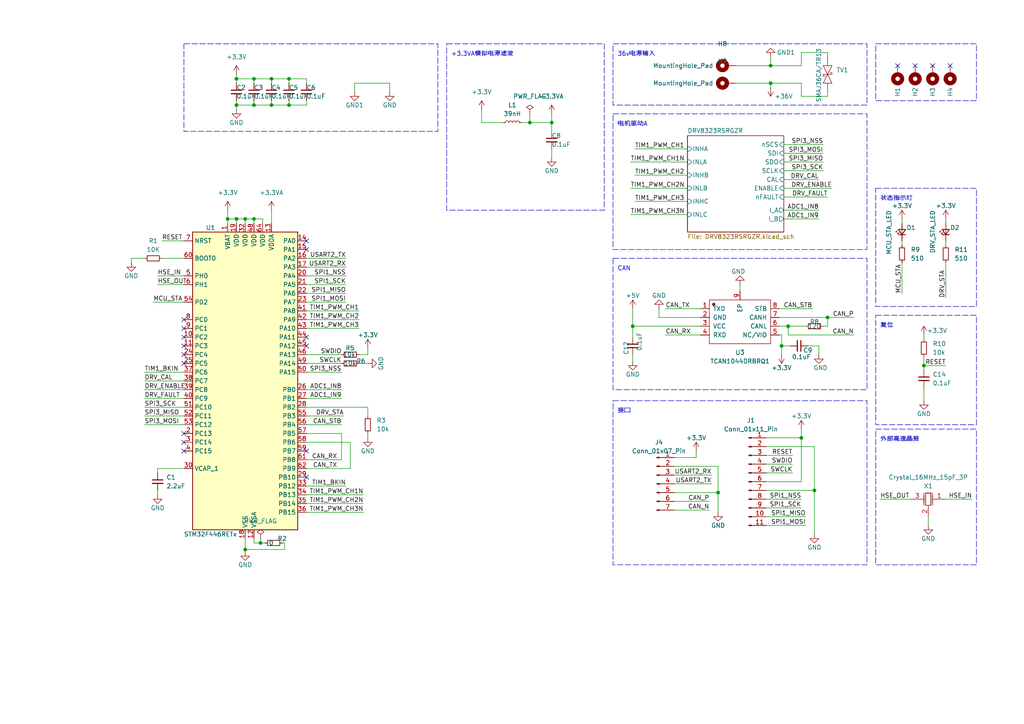
<source format=kicad_sch>
(kicad_sch (version 20230121) (generator eeschema)
  (paper "A4")
  (title_block (title "CawDrive") (rev "V1.0.0") (company "GUAIK.ORG"))
  (lib_symbols
    (symbol "Connector:Conn_01x07_Pin" (pin_names (offset 1.016) hide)
      (property "Reference" "J" (at 0 10.16 0))
      (property "Value" "Conn_01x07_Pin" (at 0 -10.16 0))
      (symbol "Conn_01x07_Pin_1_1"
        (polyline (pts (xy 1.27 -7.62) (xy 0.8636 -7.62)) (stroke (width 0.1524)))
        (polyline (pts (xy 1.27 -5.08) (xy 0.8636 -5.08)) (stroke (width 0.1524)))
        (polyline (pts (xy 1.27 -2.54) (xy 0.8636 -2.54)) (stroke (width 0.1524)))
        (polyline (pts (xy 1.27 0) (xy 0.8636 0)) (stroke (width 0.1524)))
        (polyline (pts (xy 1.27 2.54) (xy 0.8636 2.54)) (stroke (width 0.1524)))
        (polyline (pts (xy 1.27 5.08) (xy 0.8636 5.08)) (stroke (width 0.1524)))
        (polyline (pts (xy 1.27 7.62) (xy 0.8636 7.62)) (stroke (width 0.1524)))
        (rectangle (start 0.8636 -7.493) (end 0 -7.747) (stroke (width 0.1524)) (fill (type outline)))
        (rectangle (start 0.8636 -4.953) (end 0 -5.207) (stroke (width 0.1524)) (fill (type outline)))
        (rectangle (start 0.8636 -2.413) (end 0 -2.667) (stroke (width 0.1524)) (fill (type outline)))
        (rectangle (start 0.8636 0.127) (end 0 -0.127) (stroke (width 0.1524)) (fill (type outline)))
        (rectangle (start 0.8636 2.667) (end 0 2.413) (stroke (width 0.1524)) (fill (type outline)))
        (rectangle (start 0.8636 5.207) (end 0 4.953) (stroke (width 0.1524)) (fill (type outline)))
        (rectangle (start 0.8636 7.747) (end 0 7.493) (stroke (width 0.1524)) (fill (type outline)))
        (pin passive line (at 5.08 7.62 180) (length 3.81) (name "Pin_1") (number "1"))
        (pin passive line (at 5.08 5.08 180) (length 3.81) (name "Pin_2") (number "2"))
        (pin passive line (at 5.08 2.54 180) (length 3.81) (name "Pin_3") (number "3"))
        (pin passive line (at 5.08 0 180) (length 3.81) (name "Pin_4") (number "4"))
        (pin passive line (at 5.08 -2.54 180) (length 3.81) (name "Pin_5") (number "5"))
        (pin passive line (at 5.08 -5.08 180) (length 3.81) (name "Pin_6") (number "6"))
        (pin passive line (at 5.08 -7.62 180) (length 3.81) (name "Pin_7") (number "7"))
      )
    )
    (symbol "Connector:Conn_01x11_Pin" (pin_names (offset 1.016) hide)
      (property "Reference" "J" (at 0 15.24 0))
      (property "Value" "Conn_01x11_Pin" (at 0 -15.24 0))
      (symbol "Conn_01x11_Pin_1_1"
        (polyline (pts (xy 1.27 -12.7) (xy 0.8636 -12.7)) (stroke (width 0.1524)))
        (polyline (pts (xy 1.27 -10.16) (xy 0.8636 -10.16)) (stroke (width 0.1524)))
        (polyline (pts (xy 1.27 -7.62) (xy 0.8636 -7.62)) (stroke (width 0.1524)))
        (polyline (pts (xy 1.27 -5.08) (xy 0.8636 -5.08)) (stroke (width 0.1524)))
        (polyline (pts (xy 1.27 -2.54) (xy 0.8636 -2.54)) (stroke (width 0.1524)))
        (polyline (pts (xy 1.27 0) (xy 0.8636 0)) (stroke (width 0.1524)))
        (polyline (pts (xy 1.27 2.54) (xy 0.8636 2.54)) (stroke (width 0.1524)))
        (polyline (pts (xy 1.27 5.08) (xy 0.8636 5.08)) (stroke (width 0.1524)))
        (polyline (pts (xy 1.27 7.62) (xy 0.8636 7.62)) (stroke (width 0.1524)))
        (polyline (pts (xy 1.27 10.16) (xy 0.8636 10.16)) (stroke (width 0.1524)))
        (polyline (pts (xy 1.27 12.7) (xy 0.8636 12.7)) (stroke (width 0.1524)))
        (rectangle (start 0.8636 -12.573) (end 0 -12.827) (stroke (width 0.1524)) (fill (type outline)))
        (rectangle (start 0.8636 -10.033) (end 0 -10.287) (stroke (width 0.1524)) (fill (type outline)))
        (rectangle (start 0.8636 -7.493) (end 0 -7.747) (stroke (width 0.1524)) (fill (type outline)))
        (rectangle (start 0.8636 -4.953) (end 0 -5.207) (stroke (width 0.1524)) (fill (type outline)))
        (rectangle (start 0.8636 -2.413) (end 0 -2.667) (stroke (width 0.1524)) (fill (type outline)))
        (rectangle (start 0.8636 0.127) (end 0 -0.127) (stroke (width 0.1524)) (fill (type outline)))
        (rectangle (start 0.8636 2.667) (end 0 2.413) (stroke (width 0.1524)) (fill (type outline)))
        (rectangle (start 0.8636 5.207) (end 0 4.953) (stroke (width 0.1524)) (fill (type outline)))
        (rectangle (start 0.8636 7.747) (end 0 7.493) (stroke (width 0.1524)) (fill (type outline)))
        (rectangle (start 0.8636 10.287) (end 0 10.033) (stroke (width 0.1524)) (fill (type outline)))
        (rectangle (start 0.8636 12.827) (end 0 12.573) (stroke (width 0.1524)) (fill (type outline)))
        (pin passive line (at 5.08 12.7 180) (length 3.81) (name "Pin_1") (number "1"))
        (pin passive line (at 5.08 -10.16 180) (length 3.81) (name "Pin_10") (number "10"))
        (pin passive line (at 5.08 -12.7 180) (length 3.81) (name "Pin_11") (number "11"))
        (pin passive line (at 5.08 10.16 180) (length 3.81) (name "Pin_2") (number "2"))
        (pin passive line (at 5.08 7.62 180) (length 3.81) (name "Pin_3") (number "3"))
        (pin passive line (at 5.08 5.08 180) (length 3.81) (name "Pin_4") (number "4"))
        (pin passive line (at 5.08 2.54 180) (length 3.81) (name "Pin_5") (number "5"))
        (pin passive line (at 5.08 0 180) (length 3.81) (name "Pin_6") (number "6"))
        (pin passive line (at 5.08 -2.54 180) (length 3.81) (name "Pin_7") (number "7"))
        (pin passive line (at 5.08 -5.08 180) (length 3.81) (name "Pin_8") (number "8"))
        (pin passive line (at 5.08 -7.62 180) (length 3.81) (name "Pin_9") (number "9"))
      )
    )
    (symbol "Device:C_Small" (pin_numbers hide) (pin_names (offset 0.254) hide)
      (property "Reference" "C" (at 0.254 1.778 0))
      (property "Value" "C_Small" (at 0.254 -2.032 0))
      (symbol "C_Small_0_1"
        (polyline (pts (xy -1.524 -0.508) (xy 1.524 -0.508)) (stroke (width 0.3302)))
        (polyline (pts (xy -1.524 0.508) (xy 1.524 0.508)) (stroke (width 0.3048)))
      )
      (symbol "C_Small_1_1"
        (pin passive line (at 0 2.54 270) (length 2.032) (name "~") (number "1"))
        (pin passive line (at 0 -2.54 90) (length 2.032) (name "~") (number "2"))
      )
    )
    (symbol "Device:LED_Small" (pin_numbers hide) (pin_names (offset 0.254) hide)
      (property "Reference" "D" (at -1.27 3.175 0))
      (property "Value" "LED_Small" (at -4.445 -2.54 0))
      (symbol "LED_Small_0_1"
        (polyline (pts (xy -0.762 -1.016) (xy -0.762 1.016)) (stroke (width 0.254)))
        (polyline (pts (xy 1.016 0) (xy -0.762 0)))
        (polyline (pts (xy 0.762 -1.016) (xy -0.762 0) (xy 0.762 1.016) (xy 0.762 -1.016)) (stroke (width 0.254)))
        (polyline (pts (xy 0 0.762) (xy -0.508 1.27) (xy -0.254 1.27) (xy -0.508 1.27) (xy -0.508 1.016)))
        (polyline (pts (xy 0.508 1.27) (xy 0 1.778) (xy 0.254 1.778) (xy 0 1.778) (xy 0 1.524)))
      )
      (symbol "LED_Small_1_1"
        (pin passive line (at -2.54 0 0) (length 1.778) (name "K") (number "1"))
        (pin passive line (at 2.54 0 180) (length 1.778) (name "A") (number "2"))
      )
    )
    (symbol "Device:L_Small" (pin_numbers hide) (pin_names (offset 0.254) hide)
      (property "Reference" "L" (at 0.762 1.016 0))
      (property "Value" "L_Small" (at 0.762 -1.016 0))
      (symbol "L_Small_0_1"
        (arc (start 0 -2.032) (mid 0.5058 -1.524) (end 0 -1.016))
        (arc (start 0 -1.016) (mid 0.5058 -0.508) (end 0 0))
        (arc (start 0 0) (mid 0.5058 0.508) (end 0 1.016))
        (arc (start 0 1.016) (mid 0.5058 1.524) (end 0 2.032))
      )
      (symbol "L_Small_1_1"
        (pin passive line (at 0 2.54 270) (length 0.508) (name "~") (number "1"))
        (pin passive line (at 0 -2.54 90) (length 0.508) (name "~") (number "2"))
      )
    )
    (symbol "Device:R_Small" (pin_numbers hide) (pin_names (offset 0.254) hide)
      (property "Reference" "R" (at 0.762 0.508 0))
      (property "Value" "R_Small" (at 0.762 -1.016 0))
      (symbol "R_Small_0_1"
        (rectangle (start -0.762 1.778) (end 0.762 -1.778) (stroke (width 0.2032)))
      )
      (symbol "R_Small_1_1"
        (pin passive line (at 0 2.54 270) (length 0.762) (name "~") (number "1"))
        (pin passive line (at 0 -2.54 90) (length 0.762) (name "~") (number "2"))
      )
    )
    (symbol "MCU_ST_STM32F4:STM32F446RETx"
      (property "Reference" "U" (at -15.24 44.45 0))
      (property "Value" "STM32F446RETx" (at 10.16 44.45 0))
      (symbol "STM32F446RETx_0_1"
        (rectangle (start -15.24 -43.18) (end 15.24 43.18) (stroke (width 0.254)) (fill (type background)))
      )
      (symbol "STM32F446RETx_1_1"
        (pin power_in line (at -5.08 45.72 270) (length 2.54) (name "VBAT") (number "1"))
        (pin bidirectional line (at -17.78 12.7 0) (length 2.54) (name "PC2") (number "10"))
        (pin bidirectional line (at -17.78 10.16 0) (length 2.54) (name "PC3") (number "11"))
        (pin power_in line (at 2.54 -45.72 90) (length 2.54) (name "VSSA") (number "12"))
        (pin power_in line (at 7.62 45.72 270) (length 2.54) (name "VDDA") (number "13"))
        (pin bidirectional line (at 17.78 40.64 180) (length 2.54) (name "PA0") (number "14"))
        (pin bidirectional line (at 17.78 38.1 180) (length 2.54) (name "PA1") (number "15"))
        (pin bidirectional line (at 17.78 35.56 180) (length 2.54) (name "PA2") (number "16"))
        (pin bidirectional line (at 17.78 33.02 180) (length 2.54) (name "PA3") (number "17"))
        (pin power_in line (at 0 -45.72 90) (length 2.54) (name "VSS") (number "18"))
        (pin power_in line (at -2.54 45.72 270) (length 2.54) (name "VDD") (number "19"))
        (pin bidirectional line (at -17.78 -15.24 0) (length 2.54) (name "PC13") (number "2"))
        (pin bidirectional line (at 17.78 30.48 180) (length 2.54) (name "PA4") (number "20"))
        (pin bidirectional line (at 17.78 27.94 180) (length 2.54) (name "PA5") (number "21"))
        (pin bidirectional line (at 17.78 25.4 180) (length 2.54) (name "PA6") (number "22"))
        (pin bidirectional line (at 17.78 22.86 180) (length 2.54) (name "PA7") (number "23"))
        (pin bidirectional line (at -17.78 7.62 0) (length 2.54) (name "PC4") (number "24"))
        (pin bidirectional line (at -17.78 5.08 0) (length 2.54) (name "PC5") (number "25"))
        (pin bidirectional line (at 17.78 -2.54 180) (length 2.54) (name "PB0") (number "26"))
        (pin bidirectional line (at 17.78 -5.08 180) (length 2.54) (name "PB1") (number "27"))
        (pin bidirectional line (at 17.78 -7.62 180) (length 2.54) (name "PB2") (number "28"))
        (pin bidirectional line (at 17.78 -27.94 180) (length 2.54) (name "PB10") (number "29"))
        (pin bidirectional line (at -17.78 -17.78 0) (length 2.54) (name "PC14") (number "3"))
        (pin power_out line (at -17.78 -25.4 0) (length 2.54) (name "VCAP_1") (number "30"))
        (pin passive line (at 0 -45.72 90) (length 2.54) hide (name "VSS") (number "31"))
        (pin power_in line (at 0 45.72 270) (length 2.54) (name "VDD") (number "32"))
        (pin bidirectional line (at 17.78 -30.48 180) (length 2.54) (name "PB12") (number "33"))
        (pin bidirectional line (at 17.78 -33.02 180) (length 2.54) (name "PB13") (number "34"))
        (pin bidirectional line (at 17.78 -35.56 180) (length 2.54) (name "PB14") (number "35"))
        (pin bidirectional line (at 17.78 -38.1 180) (length 2.54) (name "PB15") (number "36"))
        (pin bidirectional line (at -17.78 2.54 0) (length 2.54) (name "PC6") (number "37"))
        (pin bidirectional line (at -17.78 0 0) (length 2.54) (name "PC7") (number "38"))
        (pin bidirectional line (at -17.78 -2.54 0) (length 2.54) (name "PC8") (number "39"))
        (pin bidirectional line (at -17.78 -20.32 0) (length 2.54) (name "PC15") (number "4"))
        (pin bidirectional line (at -17.78 -5.08 0) (length 2.54) (name "PC9") (number "40"))
        (pin bidirectional line (at 17.78 20.32 180) (length 2.54) (name "PA8") (number "41"))
        (pin bidirectional line (at 17.78 17.78 180) (length 2.54) (name "PA9") (number "42"))
        (pin bidirectional line (at 17.78 15.24 180) (length 2.54) (name "PA10") (number "43"))
        (pin bidirectional line (at 17.78 12.7 180) (length 2.54) (name "PA11") (number "44"))
        (pin bidirectional line (at 17.78 10.16 180) (length 2.54) (name "PA12") (number "45"))
        (pin bidirectional line (at 17.78 7.62 180) (length 2.54) (name "PA13") (number "46"))
        (pin passive line (at 0 -45.72 90) (length 2.54) hide (name "VSS") (number "47"))
        (pin power_in line (at 2.54 45.72 270) (length 2.54) (name "VDD") (number "48"))
        (pin bidirectional line (at 17.78 5.08 180) (length 2.54) (name "PA14") (number "49"))
        (pin bidirectional line (at -17.78 30.48 0) (length 2.54) (name "PH0") (number "5"))
        (pin bidirectional line (at 17.78 2.54 180) (length 2.54) (name "PA15") (number "50"))
        (pin bidirectional line (at -17.78 -7.62 0) (length 2.54) (name "PC10") (number "51"))
        (pin bidirectional line (at -17.78 -10.16 0) (length 2.54) (name "PC11") (number "52"))
        (pin bidirectional line (at -17.78 -12.7 0) (length 2.54) (name "PC12") (number "53"))
        (pin bidirectional line (at -17.78 22.86 0) (length 2.54) (name "PD2") (number "54"))
        (pin bidirectional line (at 17.78 -10.16 180) (length 2.54) (name "PB3") (number "55"))
        (pin bidirectional line (at 17.78 -12.7 180) (length 2.54) (name "PB4") (number "56"))
        (pin bidirectional line (at 17.78 -15.24 180) (length 2.54) (name "PB5") (number "57"))
        (pin bidirectional line (at 17.78 -17.78 180) (length 2.54) (name "PB6") (number "58"))
        (pin bidirectional line (at 17.78 -20.32 180) (length 2.54) (name "PB7") (number "59"))
        (pin bidirectional line (at -17.78 27.94 0) (length 2.54) (name "PH1") (number "6"))
        (pin input line (at -17.78 35.56 0) (length 2.54) (name "BOOT0") (number "60"))
        (pin bidirectional line (at 17.78 -22.86 180) (length 2.54) (name "PB8") (number "61"))
        (pin bidirectional line (at 17.78 -25.4 180) (length 2.54) (name "PB9") (number "62"))
        (pin passive line (at 0 -45.72 90) (length 2.54) hide (name "VSS") (number "63"))
        (pin power_in line (at 5.08 45.72 270) (length 2.54) (name "VDD") (number "64"))
        (pin input line (at -17.78 40.64 0) (length 2.54) (name "NRST") (number "7"))
        (pin bidirectional line (at -17.78 17.78 0) (length 2.54) (name "PC0") (number "8"))
        (pin bidirectional line (at -17.78 15.24 0) (length 2.54) (name "PC1") (number "9"))
      )
    )
    (symbol "Mechanical:MountingHole_Pad" (pin_numbers hide) (pin_names (offset 1.016) hide)
      (property "Reference" "H" (at 0 6.35 0))
      (property "Value" "MountingHole_Pad" (at 0 4.445 0))
      (symbol "MountingHole_Pad_0_1"
        (circle (center 0 1.27) (radius 1.27) (stroke (width 1.27)))
      )
      (symbol "MountingHole_Pad_1_1"
        (pin input line (at 0 -2.54 90) (length 2.54) (name "1") (number "1"))
      )
    )
    (symbol "Rick_CAN:TCAN1044DRBRQ1" (pin_names (offset 1.016))
      (property "Reference" "U" (at 0 11.684 0))
      (property "Value" "TCAN1044DRBRQ1" (at 0 16.764 0))
      (symbol "TCAN1044DRBRQ1_1_1"
        (rectangle (start -8.89 6.35) (end 8.89 -6.35) (stroke (width 0.1524)))
        (circle (center -7.62 5.08) (radius 0.381) (stroke (width 0.1524)) (fill (type outline)))
        (pin output line (at -11.43 3.81 0) (length 2.54) (name "TXD") (number "1"))
        (pin power_in line (at -11.43 1.27 0) (length 2.54) (name "GND") (number "2"))
        (pin power_in line (at -11.43 -1.27 0) (length 2.54) (name "VCC") (number "3"))
        (pin input line (at -11.43 -3.81 0) (length 2.54) (name "RXD") (number "4"))
        (pin power_in line (at 11.43 -3.81 180) (length 2.54) (name "NC/VIO") (number "5"))
        (pin bidirectional line (at 11.43 -1.27 180) (length 2.54) (name "CANL") (number "6"))
        (pin bidirectional line (at 11.43 1.27 180) (length 2.54) (name "CANH") (number "7"))
        (pin input line (at 11.43 3.81 180) (length 2.54) (name "STB") (number "8"))
        (pin power_in line (at 0 8.89 270) (length 2.54) (name "EP") (number "9"))
      )
    )
    (symbol "Rick_Device:Crystal_16MHz_15pF_3P" (pin_names (offset 1.016) hide)
      (property "Reference" "X" (at 0 4.318 0))
      (property "Value" "Crystal_16MHz_15pF_3P" (at 0 9.398 0))
      (symbol "Crystal_16MHz_15pF_3P_1_1"
        (polyline (pts (xy -1.27 1.016) (xy -1.27 -1.016)) (stroke (width 0.1524)))
        (polyline (pts (xy -1.27 1.778) (xy -1.27 -1.778)) (stroke (width 0.1524)))
        (polyline (pts (xy -0.762 1.778) (xy 0.762 1.778)) (stroke (width 0.1524)))
        (polyline (pts (xy 1.27 1.016) (xy 1.27 -1.016)) (stroke (width 0.1524)))
        (polyline (pts (xy 1.27 1.778) (xy 1.27 -1.778)) (stroke (width 0.1524)))
        (polyline (pts (xy 0.762 1.778) (xy 0.762 -1.778) (xy -0.762 -1.778) (xy -0.762 1.778)) (stroke (width 0.1524)))
        (polyline (pts (xy -0.762 -1.778) (xy -0.762 1.778) (xy 0.762 1.778) (xy 0.762 -1.778) (xy -0.762 -1.778)) (stroke (width 0.1524)))
        (pin passive line (at 5.08 0 180) (length 3.81) (name "OSC1") (number "1"))
        (pin passive line (at 0 -5.08 90) (length 3.048) (name "GND") (number "2"))
        (pin passive line (at -5.08 0 0) (length 3.81) (name "OSC2") (number "3"))
      )
    )
    (symbol "Rick_Diode:SMAJ36CA/TR13" (pin_numbers hide) (pin_names (offset 1.016) hide)
      (property "Reference" "TV" (at 0 0 0))
      (property "Value" "SMAJ36CA{slash}TR13" (at 0 2.54 0))
      (symbol "SMAJ36CA/TR13_1_1"
        (polyline (pts (xy -2.54 -1.27) (xy 0 0) (xy 0 0) (xy -2.54 1.27) (xy -2.54 1.27) (xy -2.54 -1.27)))
        (polyline (pts (xy 2.54 1.27) (xy 0 0) (xy 0 0) (xy 2.54 -1.27) (xy 2.54 -1.27) (xy 2.54 1.27)))
        (polyline (pts (xy -0.508 0.762) (xy -0.508 1.27) (xy -0.508 1.27) (xy 0 1.27) (xy 0 1.27) (xy 0 -1.27) (xy 0 -1.27) (xy 0.508 -1.27) (xy 0.508 -1.27) (xy 0.508 -0.762)))
        (pin passive line (at -5.08 0 0) (length 2.54) (name "K") (number "1"))
        (pin passive line (at 5.08 0 180) (length 2.54) (name "A") (number "2"))
      )
    )
    (symbol "power:+3.3V" (power) (pin_names (offset 0))
      (property "Value" "+3.3V" (at 0 3.556 0))
      (symbol "+3.3V_0_1"
        (polyline (pts (xy -0.762 1.27) (xy 0 2.54)))
        (polyline (pts (xy 0 0) (xy 0 2.54)))
        (polyline (pts (xy 0 2.54) (xy 0.762 1.27)))
      )
      (symbol "+3.3V_1_1"
        (pin power_in line (at 0 0 90) (length 0) hide (name "+3.3V") (number "1"))
      )
    )
    (symbol "power:+3.3VA" (power) (pin_names (offset 0))
      (property "Value" "+3.3VA" (at 0 3.556 0))
      (symbol "+3.3VA_0_1"
        (polyline (pts (xy -0.762 1.27) (xy 0 2.54)))
        (polyline (pts (xy 0 0) (xy 0 2.54)))
        (polyline (pts (xy 0 2.54) (xy 0.762 1.27)))
      )
      (symbol "+3.3VA_1_1"
        (pin power_in line (at 0 0 90) (length 0) hide (name "+3.3VA") (number "1"))
      )
    )
    (symbol "power:+36V" (power) (pin_names (offset 0))
      (property "Value" "+36V" (at 0 3.556 0))
      (symbol "+36V_0_1"
        (polyline (pts (xy -0.762 1.27) (xy 0 2.54)))
        (polyline (pts (xy 0 0) (xy 0 2.54)))
        (polyline (pts (xy 0 2.54) (xy 0.762 1.27)))
      )
      (symbol "+36V_1_1"
        (pin power_in line (at 0 0 90) (length 0) hide (name "+36V") (number "1"))
      )
    )
    (symbol "power:+5V" (power) (pin_names (offset 0))
      (property "Value" "+5V" (at 0 3.556 0))
      (symbol "+5V_0_1"
        (polyline (pts (xy -0.762 1.27) (xy 0 2.54)))
        (polyline (pts (xy 0 0) (xy 0 2.54)))
        (polyline (pts (xy 0 2.54) (xy 0.762 1.27)))
      )
      (symbol "+5V_1_1"
        (pin power_in line (at 0 0 90) (length 0) hide (name "+5V") (number "1"))
      )
    )
    (symbol "power:GND" (power) (pin_names (offset 0))
      (property "Value" "GND" (at 0 -3.81 0))
      (symbol "GND_0_1"
        (polyline (pts (xy 0 0) (xy 0 -1.27) (xy 1.27 -1.27) (xy 0 -2.54) (xy -1.27 -1.27) (xy 0 -1.27)))
      )
      (symbol "GND_1_1"
        (pin power_in line (at 0 0 270) (length 0) hide (name "GND") (number "1"))
      )
    )
    (symbol "power:GND1" (power) (pin_names (offset 0))
      (property "Value" "GND1" (at 0 -3.81 0))
      (symbol "GND1_0_1"
        (polyline (pts (xy 0 0) (xy 0 -1.27) (xy 1.27 -1.27) (xy 0 -2.54) (xy -1.27 -1.27) (xy 0 -1.27)))
      )
      (symbol "GND1_1_1"
        (pin power_in line (at 0 0 270) (length 0) hide (name "GND1") (number "1"))
      )
    )
    (symbol "power:PWR_FLAG" (power) (pin_numbers hide) (pin_names (offset 0) hide)
      (property "Value" "PWR_FLAG" (at 0 3.81 0))
      (symbol "PWR_FLAG_0_0"
        (pin power_out line (at 0 0 90) (length 0) (name "pwr") (number "1"))
      )
      (symbol "PWR_FLAG_0_1"
        (polyline (pts (xy 0 0) (xy 0 1.27) (xy -1.016 1.905) (xy 0 2.54) (xy 1.016 1.905) (xy 0 1.27)))
      )
    )
  )
  (junction (at 267.97 106.045))
  (junction (at 228.6 94.615))
  (junction (at 208.28 142.875))
  (junction (at 232.41 127))
  (junction (at 160.02 35.56))
  (junction (at 73.66 30.48))
  (junction (at 78.74 30.48))
  (junction (at 223.52 24.13))
  (junction (at 66.04 63.5))
  (junction (at 240.03 92.075))
  (junction (at 68.58 22.86))
  (junction (at 73.66 22.86))
  (junction (at 153.67 35.56))
  (junction (at 83.82 30.48))
  (junction (at 75.565 157.48))
  (junction (at 68.58 30.48))
  (junction (at 226.695 100.33))
  (junction (at 73.66 63.5))
  (junction (at 78.74 22.86))
  (junction (at 236.22 142.24))
  (junction (at 71.12 159.385))
  (junction (at 68.58 63.5))
  (junction (at 183.515 94.615))
  (junction (at 83.82 22.86))
  (junction (at 71.12 63.5))
  (junction (at 223.52 19.05))
  (no_connect (at 260.35 19.05))
  (no_connect (at 53.34 100.33))
  (no_connect (at 270.51 19.05))
  (no_connect (at 88.9 138.43))
  (no_connect (at 53.34 102.87))
  (no_connect (at 53.34 130.81))
  (no_connect (at 88.9 72.39))
  (no_connect (at 53.34 125.73))
  (no_connect (at 88.9 97.79))
  (no_connect (at 53.34 128.27))
  (no_connect (at 88.9 69.85))
  (no_connect (at 88.9 100.33))
  (no_connect (at 53.34 95.25))
  (no_connect (at 265.43 19.05))
  (no_connect (at 53.34 92.71))
  (no_connect (at 275.59 19.05))
  (no_connect (at 88.9 130.81))
  (no_connect (at 53.34 97.79))
  (no_connect (at 53.34 105.41))
  (wire (pts (xy 183.515 94.615) (xy 203.2 94.615)))
  (wire (pts (xy 41.91 107.95) (xy 53.34 107.95)))
  (wire (pts (xy 88.9 29.21) (xy 88.9 30.48)))
  (wire (pts (xy 82.55 157.48) (xy 82.55 159.385)))
  (wire (pts (xy 99.06 115.57) (xy 88.9 115.57)))
  (wire (pts (xy 78.74 22.86) (xy 78.74 24.13)))
  (wire (pts (xy 232.41 127) (xy 222.25 127)))
  (wire (pts (xy 232.41 27.94) (xy 240.03 27.94)))
  (wire (pts (xy 160.02 43.18) (xy 160.02 45.72)))
  (wire (pts (xy 274.32 63.5) (xy 274.32 64.77)))
  (wire (pts (xy 183.515 94.615) (xy 183.515 97.79)))
  (wire (pts (xy 73.66 156.21) (xy 73.66 157.48)))
  (wire (pts (xy 71.12 63.5) (xy 71.12 64.77)))
  (wire (pts (xy 78.74 60.96) (xy 78.74 64.77)))
  (wire (pts (xy 226.695 100.33) (xy 229.235 100.33)))
  (wire (pts (xy 228.6 94.615) (xy 233.68 94.615)))
  (wire (pts (xy 100.33 85.09) (xy 88.9 85.09)))
  (wire (pts (xy 227.33 44.45) (xy 238.76 44.45)))
  (wire (pts (xy 139.7 31.75) (xy 139.7 35.56)))
  (wire (pts (xy 46.99 74.93) (xy 53.34 74.93)))
  (wire (pts (xy 100.33 74.93) (xy 88.9 74.93)))
  (wire (pts (xy 99.695 120.65) (xy 88.9 120.65)))
  (wire (pts (xy 83.82 22.86) (xy 88.9 22.86)))
  (wire (pts (xy 83.82 30.48) (xy 88.9 30.48)))
  (wire (pts (xy 223.52 24.13) (xy 232.41 24.13)))
  (wire (pts (xy 75.565 156.21) (xy 75.565 157.48)))
  (wire (pts (xy 71.12 159.385) (xy 71.12 160.02)))
  (wire (pts (xy 105.41 143.51) (xy 88.9 143.51)))
  (wire (pts (xy 274.32 69.85) (xy 274.32 71.12)))
  (wire (pts (xy 193.04 97.155) (xy 203.2 97.155)))
  (wire (pts (xy 45.72 142.24) (xy 45.72 143.51)))
  (wire (pts (xy 229.87 137.16) (xy 222.25 137.16)))
  (wire (pts (xy 226.695 97.155) (xy 226.695 100.33)))
  (wire (pts (xy 183.515 102.87) (xy 183.515 104.775)))
  (wire (pts (xy 184.15 43.18) (xy 199.39 43.18)))
  (wire (pts (xy 113.03 24.13) (xy 113.03 26.67)))
  (wire (pts (xy 232.41 15.24) (xy 240.03 15.24)))
  (wire (pts (xy 73.66 22.86) (xy 73.66 24.13)))
  (wire (pts (xy 232.41 139.7) (xy 222.25 139.7)))
  (wire (pts (xy 73.66 157.48) (xy 75.565 157.48)))
  (wire (pts (xy 102.87 24.13) (xy 102.87 26.67)))
  (wire (pts (xy 83.82 29.21) (xy 83.82 30.48)))
  (wire (pts (xy 213.36 24.13) (xy 223.52 24.13)))
  (wire (pts (xy 206.375 140.335) (xy 195.58 140.335)))
  (wire (pts (xy 99.06 102.87) (xy 88.9 102.87)))
  (wire (pts (xy 223.52 19.05) (xy 232.41 19.05)))
  (wire (pts (xy 267.97 103.505) (xy 267.97 106.045)))
  (wire (pts (xy 73.66 22.86) (xy 78.74 22.86)))
  (wire (pts (xy 45.72 82.55) (xy 53.34 82.55)))
  (wire (pts (xy 226.06 92.075) (xy 240.03 92.075)))
  (wire (pts (xy 232.41 124.46) (xy 232.41 127)))
  (wire (pts (xy 100.33 140.97) (xy 88.9 140.97)))
  (wire (pts (xy 104.14 92.71) (xy 88.9 92.71)))
  (wire (pts (xy 160.02 33.02) (xy 160.02 35.56)))
  (wire (pts (xy 235.585 89.535) (xy 226.06 89.535)))
  (wire (pts (xy 68.58 22.86) (xy 73.66 22.86)))
  (wire (pts (xy 68.58 63.5) (xy 68.58 64.77)))
  (wire (pts (xy 153.67 35.56) (xy 160.02 35.56)))
  (wire (pts (xy 191.135 89.535) (xy 191.135 92.075)))
  (wire (pts (xy 240.03 92.075) (xy 240.03 94.615)))
  (wire (pts (xy 214.63 82.55) (xy 214.63 84.455)))
  (wire (pts (xy 240.03 15.24) (xy 240.03 16.51)))
  (wire (pts (xy 88.9 135.89) (xy 101.6 135.89)))
  (wire (pts (xy 99.06 123.19) (xy 88.9 123.19)))
  (wire (pts (xy 232.41 144.78) (xy 222.25 144.78)))
  (wire (pts (xy 195.58 142.875) (xy 208.28 142.875)))
  (wire (pts (xy 105.41 146.05) (xy 88.9 146.05)))
  (wire (pts (xy 208.28 135.255) (xy 208.28 142.875)))
  (wire (pts (xy 267.97 107.315) (xy 267.97 106.045)))
  (wire (pts (xy 45.72 80.01) (xy 53.34 80.01)))
  (wire (pts (xy 195.58 135.255) (xy 208.28 135.255)))
  (wire (pts (xy 41.91 120.65) (xy 53.34 120.65)))
  (wire (pts (xy 106.68 125.73) (xy 106.68 127)))
  (wire (pts (xy 102.87 24.13) (xy 113.03 24.13)))
  (wire (pts (xy 226.06 94.615) (xy 228.6 94.615)))
  (wire (pts (xy 45.72 135.89) (xy 45.72 137.16)))
  (wire (pts (xy 227.33 46.99) (xy 238.76 46.99)))
  (wire (pts (xy 78.74 22.86) (xy 83.82 22.86)))
  (wire (pts (xy 232.41 127) (xy 232.41 139.7)))
  (wire (pts (xy 88.9 118.11) (xy 106.68 118.11)))
  (wire (pts (xy 66.04 63.5) (xy 66.04 64.77)))
  (wire (pts (xy 106.68 100.965) (xy 106.68 102.87)))
  (wire (pts (xy 237.49 100.33) (xy 237.49 102.87)))
  (wire (pts (xy 228.6 94.615) (xy 228.6 97.155)))
  (wire (pts (xy 240.03 92.075) (xy 247.65 92.075)))
  (wire (pts (xy 73.66 63.5) (xy 73.66 64.77)))
  (wire (pts (xy 71.12 63.5) (xy 73.66 63.5)))
  (wire (pts (xy 99.06 113.03) (xy 88.9 113.03)))
  (wire (pts (xy 153.67 33.02) (xy 153.67 35.56)))
  (wire (pts (xy 240.03 27.94) (xy 240.03 26.67)))
  (wire (pts (xy 68.58 22.86) (xy 68.58 24.13)))
  (wire (pts (xy 222.25 142.24) (xy 236.22 142.24)))
  (wire (pts (xy 229.87 134.62) (xy 222.25 134.62)))
  (wire (pts (xy 41.91 74.93) (xy 38.1 74.93)))
  (wire (pts (xy 182.88 54.61) (xy 199.39 54.61)))
  (wire (pts (xy 213.36 19.05) (xy 223.52 19.05)))
  (wire (pts (xy 227.33 63.5) (xy 237.49 63.5)))
  (wire (pts (xy 99.06 107.95) (xy 88.9 107.95)))
  (wire (pts (xy 236.22 142.24) (xy 236.22 154.94)))
  (wire (pts (xy 261.62 85.09) (xy 261.62 76.2)))
  (wire (pts (xy 104.14 95.25) (xy 88.9 95.25)))
  (wire (pts (xy 46.99 69.85) (xy 53.34 69.85)))
  (wire (pts (xy 68.58 30.48) (xy 68.58 31.75)))
  (wire (pts (xy 269.24 149.86) (xy 269.24 152.4)))
  (wire (pts (xy 227.33 60.96) (xy 237.49 60.96)))
  (wire (pts (xy 100.33 80.01) (xy 88.9 80.01)))
  (wire (pts (xy 227.33 49.53) (xy 238.76 49.53)))
  (wire (pts (xy 106.68 102.87) (xy 104.14 102.87)))
  (wire (pts (xy 105.41 148.59) (xy 88.9 148.59)))
  (wire (pts (xy 229.87 132.08) (xy 222.25 132.08)))
  (wire (pts (xy 139.7 35.56) (xy 146.05 35.56)))
  (wire (pts (xy 88.9 133.35) (xy 99.06 133.35)))
  (wire (pts (xy 184.15 50.8) (xy 199.39 50.8)))
  (wire (pts (xy 38.1 74.93) (xy 38.1 76.2)))
  (wire (pts (xy 201.93 130.81) (xy 201.93 132.715)))
  (wire (pts (xy 267.97 97.155) (xy 267.97 98.425)))
  (wire (pts (xy 191.135 92.075) (xy 203.2 92.075)))
  (wire (pts (xy 205.74 145.415) (xy 195.58 145.415)))
  (wire (pts (xy 68.58 21.59) (xy 68.58 22.86)))
  (wire (pts (xy 232.41 19.05) (xy 232.41 15.24)))
  (wire (pts (xy 41.91 118.11) (xy 53.34 118.11)))
  (wire (pts (xy 68.58 63.5) (xy 71.12 63.5)))
  (wire (pts (xy 104.14 90.17) (xy 88.9 90.17)))
  (wire (pts (xy 226.06 97.155) (xy 226.695 97.155)))
  (wire (pts (xy 66.04 60.96) (xy 66.04 63.5)))
  (wire (pts (xy 99.06 105.41) (xy 88.9 105.41)))
  (wire (pts (xy 193.04 89.535) (xy 203.2 89.535)))
  (wire (pts (xy 75.565 157.48) (xy 76.835 157.48)))
  (wire (pts (xy 53.34 135.89) (xy 45.72 135.89)))
  (wire (pts (xy 201.93 132.715) (xy 195.58 132.715)))
  (wire (pts (xy 232.41 24.13) (xy 232.41 27.94)))
  (wire (pts (xy 66.04 63.5) (xy 68.58 63.5)))
  (wire (pts (xy 182.88 62.23) (xy 199.39 62.23)))
  (wire (pts (xy 184.15 58.42) (xy 199.39 58.42)))
  (wire (pts (xy 100.33 82.55) (xy 88.9 82.55)))
  (wire (pts (xy 227.33 52.07) (xy 237.49 52.07)))
  (wire (pts (xy 73.66 29.21) (xy 73.66 30.48)))
  (wire (pts (xy 227.33 54.61) (xy 241.3 54.61)))
  (wire (pts (xy 68.58 30.48) (xy 73.66 30.48)))
  (wire (pts (xy 234.315 100.33) (xy 237.49 100.33)))
  (wire (pts (xy 261.62 69.85) (xy 261.62 71.12)))
  (wire (pts (xy 261.62 63.5) (xy 261.62 64.77)))
  (wire (pts (xy 267.97 112.395) (xy 267.97 116.205)))
  (wire (pts (xy 78.74 30.48) (xy 83.82 30.48)))
  (wire (pts (xy 274.32 86.36) (xy 274.32 76.2)))
  (wire (pts (xy 226.695 100.33) (xy 226.695 102.87)))
  (wire (pts (xy 232.41 147.32) (xy 222.25 147.32)))
  (wire (pts (xy 233.68 152.4) (xy 222.25 152.4)))
  (wire (pts (xy 81.915 157.48) (xy 82.55 157.48)))
  (wire (pts (xy 208.28 142.875) (xy 208.28 148.59)))
  (wire (pts (xy 223.52 16.51) (xy 223.52 19.05)))
  (wire (pts (xy 88.9 22.86) (xy 88.9 24.13)))
  (wire (pts (xy 205.74 147.955) (xy 195.58 147.955)))
  (wire (pts (xy 104.14 105.41) (xy 106.68 105.41)))
  (wire (pts (xy 223.52 24.13) (xy 223.52 25.4)))
  (wire (pts (xy 222.25 129.54) (xy 236.22 129.54)))
  (wire (pts (xy 78.74 29.21) (xy 78.74 30.48)))
  (wire (pts (xy 240.03 94.615) (xy 238.76 94.615)))
  (wire (pts (xy 44.45 87.63) (xy 53.34 87.63)))
  (wire (pts (xy 71.12 156.21) (xy 71.12 159.385)))
  (wire (pts (xy 99.06 125.73) (xy 99.06 133.35)))
  (wire (pts (xy 236.22 129.54) (xy 236.22 142.24)))
  (wire (pts (xy 106.68 118.11) (xy 106.68 120.65)))
  (wire (pts (xy 227.33 57.15) (xy 240.03 57.15)))
  (wire (pts (xy 41.91 115.57) (xy 53.34 115.57)))
  (wire (pts (xy 182.88 46.99) (xy 199.39 46.99)))
  (wire (pts (xy 151.13 35.56) (xy 153.67 35.56)))
  (wire (pts (xy 41.91 113.03) (xy 53.34 113.03)))
  (wire (pts (xy 82.55 159.385) (xy 71.12 159.385)))
  (wire (pts (xy 228.6 97.155) (xy 247.65 97.155)))
  (wire (pts (xy 227.33 41.91) (xy 238.76 41.91)))
  (wire (pts (xy 88.9 125.73) (xy 99.06 125.73)))
  (wire (pts (xy 160.02 35.56) (xy 160.02 38.1)))
  (wire (pts (xy 100.33 87.63) (xy 88.9 87.63)))
  (wire (pts (xy 73.66 30.48) (xy 78.74 30.48)))
  (wire (pts (xy 101.6 128.27) (xy 101.6 135.89)))
  (wire (pts (xy 68.58 29.21) (xy 68.58 30.48)))
  (wire (pts (xy 267.97 106.045) (xy 274.32 106.045)))
  (wire (pts (xy 88.9 128.27) (xy 101.6 128.27)))
  (wire (pts (xy 83.82 22.86) (xy 83.82 24.13)))
  (wire (pts (xy 76.2 63.5) (xy 76.2 64.77)))
  (wire (pts (xy 41.91 123.19) (xy 53.34 123.19)))
  (wire (pts (xy 73.66 63.5) (xy 76.2 63.5)))
  (wire (pts (xy 100.33 77.47) (xy 88.9 77.47)))
  (wire (pts (xy 255.27 144.78) (xy 264.16 144.78)))
  (wire (pts (xy 183.515 89.535) (xy 183.515 94.615)))
  (wire (pts (xy 41.91 110.49) (xy 53.34 110.49)))
  (wire (pts (xy 274.32 144.78) (xy 281.94 144.78)))
  (wire (pts (xy 206.375 137.795) (xy 195.58 137.795)))
  (wire (pts (xy 233.68 149.86) (xy 222.25 149.86)))
  (rectangle (start 177.8 74.93) (end 251.46 113.03) (stroke (width 0) (type dash)))
  (rectangle (start 254 91.44) (end 283.21 123.19) (stroke (width 0) (type dash)))
  (rectangle (start 254 12.7) (end 283.21 29.21) (stroke (width 0) (type dash)))
  (rectangle (start 254 124.46) (end 283.21 163.83) (stroke (width 0) (type dash)))
  (rectangle (start 177.8 12.7) (end 251.46 30.48) (stroke (width 0) (type dash)))
  (rectangle (start 177.8 33.02) (end 251.46 72.39) (stroke (width 0) (type dash)))
  (rectangle (start 129.54 12.7) (end 175.26 60.96) (stroke (width 0) (type dash)))
  (rectangle (start 53.34 12.7) (end 127 38.1) (stroke (width 0) (type dash)))
  (rectangle (start 254 54.61) (end 283.21 88.9) (stroke (width 0) (type dash)))
  (rectangle (start 177.8 116.205) (end 251.46 163.83) (stroke (width 0) (type dash)))
  (text "接口" (at 179.07 120.015 0) (effects (font (size 1.27 1.27)) (justify left bottom)))
  (text "36v电源输入" (at 179.07 16.51 0) (effects (font (size 1.27 1.27)) (justify left bottom)))
  (text "CAN" (at 179.07 78.74 0) (effects (font (size 1.27 1.27)) (justify left bottom)))
  (text "+3.3VA模拟电源滤波" (at 130.81 16.51 0) (effects (font (size 1.27 1.27)) (justify left bottom)))
  (text "电机驱动A" (at 179.07 36.83 0) (effects (font (size 1.27 1.27)) (justify left bottom)))
  (text "外部高速晶振" (at 255.27 128.27 0) (effects (font (size 1.27 1.27)) (justify left bottom)))
  (text "复位" (at 255.27 95.25 0) (effects (font (size 1.27 1.27)) (justify left bottom)))
  (text "状态指示灯" (at 255.27 58.42 0) (effects (font (size 1.27 1.27)) (justify left bottom)))
  (label "MCU_STA" (at 44.45 87.63 0))
  (label "TIM1_BKIN" (at 41.91 107.95 0))
  (label "CAN_STB" (at 235.585 89.535 180))
  (label "DRV_STA" (at 274.32 86.36 90))
  (label "USART2_RX" (at 206.375 137.795 180))
  (label "SPI3_MISO" (at 238.76 46.99 180))
  (label "TIM1_PWM_CH2N" (at 182.88 54.61 0))
  (label "USART2_TX" (at 100.33 74.93 180))
  (label "TIM1_BKIN" (at 100.33 140.97 180))
  (label "TIM1_PWM_CH1N" (at 105.41 143.51 180))
  (label "DRV_CAL" (at 237.49 52.07 180))
  (label "SPI3_MOSI" (at 41.91 123.19 0))
  (label "HSE_IN" (at 281.94 144.78 180))
  (label "ADC1_IN9" (at 99.06 115.57 180))
  (label "TIM1_PWM_CH1" (at 104.14 90.17 180))
  (label "TIM1_PWM_CH2N" (at 105.41 146.05 180))
  (label "SPI3_MOSI" (at 238.76 44.45 180))
  (label "SPI1_NSS" (at 232.41 144.78 180))
  (label "DRV_ENABLE" (at 241.3 54.61 180))
  (label "SPI3_NSS" (at 238.76 41.91 180))
  (label "CAN_STB" (at 99.06 123.19 180))
  (label "SPI1_MISO" (at 233.68 149.86 180))
  (label "DRV_FAULT" (at 240.03 57.15 180))
  (label "SPI3_SCK" (at 41.91 118.11 0))
  (label "TIM1_PWM_CH2" (at 184.15 50.8 0))
  (label "HSE_OUT" (at 45.72 82.55 0))
  (label "TIM1_PWM_CH3" (at 104.14 95.25 180))
  (label "HSE_OUT" (at 255.27 144.78 0))
  (label "RESET" (at 229.87 132.08 180))
  (label "SPI1_SCK" (at 232.41 147.32 180))
  (label "RESET" (at 274.32 106.045 180))
  (label "MCU_STA" (at 261.62 85.09 90))
  (label "TIM1_PWM_CH3N" (at 105.41 148.59 180))
  (label "TIM1_PWM_CH3" (at 184.15 58.42 0))
  (label "DRV_CAL" (at 41.91 110.49 0))
  (label "SWCLK" (at 229.87 137.16 180))
  (label "SPI1_MOSI" (at 100.33 87.63 180))
  (label "SPI1_MOSI" (at 233.68 152.4 180))
  (label "SWDIO" (at 99.06 102.87 180))
  (label "CAN_RX" (at 97.79 133.35 180))
  (label "SPI1_MISO" (at 100.33 85.09 180))
  (label "SPI3_SCK" (at 238.76 49.53 180))
  (label "CAN_P" (at 247.65 92.075 180))
  (label "SWDIO" (at 229.87 134.62 180))
  (label "DRV_STA" (at 99.695 120.65 180))
  (label "CAN_TX" (at 97.79 135.89 180))
  (label "CAN_P" (at 205.74 145.415 180))
  (label "SPI1_NSS" (at 100.33 80.01 180))
  (label "TIM1_PWM_CH3N" (at 182.88 62.23 0))
  (label "CAN_TX" (at 193.04 89.535 0))
  (label "RESET" (at 46.99 69.85 0))
  (label "SPI1_SCK" (at 100.33 82.55 180))
  (label "USART2_TX" (at 206.375 140.335 180))
  (label "SPI3_MISO" (at 41.91 120.65 0))
  (label "HSE_IN" (at 45.72 80.01 0))
  (label "TIM1_PWM_CH1N" (at 182.88 46.99 0))
  (label "DRV_FAULT" (at 41.91 115.57 0))
  (label "SPI3_NSS" (at 99.06 107.95 180))
  (label "SWCLK" (at 99.06 105.41 180))
  (label "CAN_N" (at 205.74 147.955 180))
  (label "ADC1_IN8" (at 99.06 113.03 180))
  (label "CAN_N" (at 247.65 97.155 180))
  (label "DRV_ENABLE" (at 41.91 113.03 0))
  (label "CAN_RX" (at 193.04 97.155 0))
  (label "TIM1_PWM_CH1" (at 184.15 43.18 0))
  (label "TIM1_PWM_CH2" (at 104.14 92.71 180))
  (label "USART2_RX" (at 100.33 77.47 180))
  (label "ADC1_IN9" (at 237.49 63.5 180))
  (label "ADC1_IN8" (at 237.49 60.96 180))
  (symbol (lib_id "Connector:Conn_01x07_Pin") (at 190.5 140.335 0) (unit 1)
    (property "Reference" "J4" (at 191.135 128.27 0))
    (property "Value" "Conn_01x07_Pin" (at 191.135 130.81 0))
    (property "Footprint" "CawDrive_Connector:SOIC-7" (effects hide))
  )
  (symbol (lib_id "power:GND") (at 38.1 76.2 0) (unit 1)
    (property "Reference" "#PWR01" (effects hide))
    (property "Value" "GND" (at 38.1 80.01 0))
  )
  (symbol (lib_id "power:+3.3V") (at 267.97 97.155 0) (unit 1)
    (property "Reference" "#PWR032" (effects hide))
    (property "Value" "+3.3V" (at 271.78 95.885 0))
  )
  (symbol (lib_id "power:GND") (at 160.02 45.72 0) (unit 1)
    (property "Reference" "#PWR012" (effects hide))
    (property "Value" "GND" (at 160.02 49.53 0))
  )
  (symbol (lib_id "power:+3.3V") (at 68.58 21.59 0) (unit 1)
    (property "Reference" "#PWR04" (effects hide))
    (property "Value" "+3.3V" (at 68.58 16.51 0))
  )
  (symbol (lib_id "Device:C_Small") (at 78.74 26.67 0) (unit 1)
    (property "Reference" "C4" (at 78.74 25.4 0) (effects (justify left)))
    (property "Value" "0.1uF" (at 78.74 27.94 0) (effects (justify left)))
    (property "Footprint" "Capacitor_SMD:C_0402_1005Metric_Pad0.74x0.62mm_HandSolder" (effects hide))
  )
  (symbol (lib_id "power:GND") (at 71.12 160.02 0) (unit 1)
    (property "Reference" "#PWR06" (effects hide))
    (property "Value" "GND" (at 71.12 163.83 0))
  )
  (symbol (lib_id "Mechanical:MountingHole_Pad") (at 210.82 19.05 90) (unit 1)
    (property "Reference" "H8" (at 209.55 12.7 90))
    (property "Value" "MountingHole_Pad" (at 198.12 19.05 90))
    (property "Footprint" "CawDrive_Connector:POWER_PAD" (effects hide))
  )
  (symbol (lib_id "power:+3.3VA") (at 160.02 33.02 0) (unit 1)
    (property "Reference" "#PWR015" (effects hide))
    (property "Value" "+3.3VA" (at 160.02 27.94 0))
  )
  (symbol (lib_id "power:GND") (at 183.515 104.775 0) (unit 1)
    (property "Reference" "#PWR016" (effects hide))
    (property "Value" "GND" (at 183.515 108.585 0))
  )
  (symbol (lib_id "power:GND1") (at 223.52 16.51 180) (unit 1)
    (property "Reference" "#PWR024" (effects hide))
    (property "Value" "GND1" (at 227.965 15.24 0))
  )
  (symbol (lib_id "Rick_Diode:SMAJ36CA/TR13") (at 240.03 21.59 90) (unit 1)
    (property "Reference" "TV1" (at 242.57 20.32 90) (effects (justify right)))
    (property "Value" "SMAJ36CA/TR13" (at 237.49 13.97 0) (effects (justify right)))
    (property "Footprint" "Rick_Diode:SMAJ36CA_TR13_SMA(DO-214AC)" (effects hide))
    (property "Datasheet" "https://atta.szlcsc.com/upload/public/pdf/source/20161114/1479092096898.pdf" (effects hide))
    (property "SuppliersPartNumber" "C87270" (effects hide))
    (property "uuid" "pro:04d0c48fad79448b93227f7fe67c94ea" (effects hide))
    (property "Manufacturer" "Brightking" (effects hide))
    (property "Manufacturer Product Number" "SMAJ36CA/TR13" (effects hide))
    (property "JLC Part Number" "C87270" (effects hide))
    (property "JLC URL" "https://item.szlcsc.com/88448.html" (effects hide))
  )
  (symbol (lib_id "power:+3.3V") (at 226.695 102.87 180) (unit 1)
    (property "Reference" "#PWR021" (effects hide))
    (property "Value" "+3.3V" (at 226.695 106.68 0))
  )
  (symbol (lib_id "Device:C_Small") (at 83.82 26.67 0) (unit 1)
    (property "Reference" "C5" (at 83.82 25.4 0) (effects (justify left)))
    (property "Value" "0.1uF" (at 83.82 27.94 0) (effects (justify left)))
    (property "Footprint" "Capacitor_SMD:C_0402_1005Metric_Pad0.74x0.62mm_HandSolder" (effects hide))
  )
  (symbol (lib_id "power:GND") (at 191.135 89.535 180) (unit 1)
    (property "Reference" "#PWR022" (effects hide))
    (property "Value" "GND" (at 191.135 85.725 0))
  )
  (symbol (lib_id "Device:R_Small") (at 236.22 94.615 90) (unit 1)
    (property "Reference" "R8" (at 236.22 93.345 90))
    (property "Value" "120" (at 236.22 94.615 90))
    (property "Footprint" "Resistor_SMD:R_0402_1005Metric_Pad0.72x0.64mm_HandSolder" (effects hide))
  )
  (symbol (lib_id "Device:C_Small") (at 45.72 139.7 0) (unit 1)
    (property "Reference" "C1" (at 48.26 138.4363 0) (effects (justify left)))
    (property "Value" "2.2uF" (at 48.26 140.9763 0) (effects (justify left)))
    (property "Footprint" "Capacitor_SMD:C_0402_1005Metric_Pad0.74x0.62mm_HandSolder" (effects hide))
  )
  (symbol (lib_id "Device:C_Small") (at 267.97 109.855 0) (unit 1)
    (property "Reference" "C14" (at 270.51 108.5913 0) (effects (justify left)))
    (property "Value" "0.1uF" (at 270.51 111.1313 0) (effects (justify left)))
    (property "Footprint" "Capacitor_SMD:C_0402_1005Metric_Pad0.74x0.62mm_HandSolder" (effects hide))
  )
  (symbol (lib_id "Device:R_Small") (at 274.32 73.66 0) (unit 1)
    (property "Reference" "R11" (at 276.86 72.39 0) (effects (justify left)))
    (property "Value" "510" (at 276.86 74.93 0) (effects (justify left)))
    (property "Footprint" "Resistor_SMD:R_0402_1005Metric_Pad0.72x0.64mm_HandSolder" (effects hide))
  )
  (symbol (lib_id "power:GND1") (at 102.87 26.67 0) (unit 1)
    (property "Reference" "#PWR08" (effects hide))
    (property "Value" "GND1" (at 102.87 30.48 0))
  )
  (symbol (lib_id "power:+3.3V") (at 139.7 31.75 0) (unit 1)
    (property "Reference" "#PWR011" (effects hide))
    (property "Value" "+3.3V" (at 139.7 26.67 0))
  )
  (symbol (lib_id "Device:C_Small") (at 231.775 100.33 270) (unit 1)
    (property "Reference" "C9" (at 234.315 101.6 90))
    (property "Value" "0.1uF" (at 232.41 103.505 90))
    (property "Footprint" "Capacitor_SMD:C_0402_1005Metric_Pad0.74x0.62mm_HandSolder" (effects hide))
  )
  (symbol (lib_id "Device:C_Small") (at 160.02 40.64 0) (unit 1)
    (property "Reference" "C8" (at 160.02 39.37 0) (effects (justify left)))
    (property "Value" "0.1uF" (at 160.02 41.91 0) (effects (justify left)))
    (property "Footprint" "Capacitor_SMD:C_0402_1005Metric_Pad0.74x0.62mm_HandSolder" (effects hide))
  )
  (symbol (lib_id "power:+3.3V") (at 232.41 124.46 0) (unit 1)
    (property "Reference" "#PWR028" (effects hide))
    (property "Value" "+3.3V" (at 232.41 120.65 0))
  )
  (symbol (lib_id "Device:R_Small") (at 44.45 74.93 90) (unit 1)
    (property "Reference" "R1" (at 44.45 69.85 90))
    (property "Value" "10K" (at 44.45 72.39 90))
    (property "Footprint" "Resistor_SMD:R_0402_1005Metric_Pad0.72x0.64mm_HandSolder" (effects hide))
  )
  (symbol (lib_id "Device:LED_Small") (at 274.32 67.31 90) (unit 1)
    (property "Reference" "D2" (at 275.59 66.04 90) (effects (justify right)))
    (property "Value" "DRV_STA_LED" (at 270.51 60.96 0) (effects (justify right)))
    (property "Footprint" "LED_SMD:LED_0402_1005Metric_Pad0.77x0.64mm_HandSolder" (effects hide))
  )
  (symbol (lib_id "Mechanical:MountingHole_Pad") (at 265.43 21.59 180) (unit 1)
    (property "Reference" "H2" (at 265.43 26.67 90))
    (property "Value" "MountingHole_Pad" (effects hide))
    (property "Footprint" "MountingHole:MountingHole_2.5mm_Pad_Via" (effects hide))
  )
  (symbol (lib_id "power:GND") (at 45.72 143.51 0) (unit 1)
    (property "Reference" "#PWR02" (effects hide))
    (property "Value" "GND" (at 45.72 147.32 0))
  )
  (symbol (lib_id "Device:R_Small") (at 106.68 123.19 0) (unit 1)
    (property "Reference" "R3" (at 109.22 121.92 0) (effects (justify left)))
    (property "Value" "10k" (at 109.22 124.46 0) (effects (justify left)))
    (property "Footprint" "Resistor_SMD:R_0402_1005Metric_Pad0.72x0.64mm_HandSolder" (effects hide))
  )
  (symbol (lib_id "Device:L_Small") (at 148.59 35.56 90) (unit 1)
    (property "Reference" "L1" (at 148.59 30.48 90))
    (property "Value" "39nH" (at 148.59 33.02 90))
    (property "Footprint" "Inductor_SMD:L_0402_1005Metric_Pad0.77x0.64mm_HandSolder" (effects hide))
  )
  (symbol (lib_id "Device:C_Small") (at 183.515 100.33 180) (unit 1)
    (property "Reference" "C12" (at 181.61 100.965 90))
    (property "Value" "0.1uF" (at 185.42 99.06 90))
    (property "Footprint" "Capacitor_SMD:C_0402_1005Metric_Pad0.74x0.62mm_HandSolder" (effects hide))
  )
  (symbol (lib_id "Mechanical:MountingHole_Pad") (at 260.35 21.59 180) (unit 1)
    (property "Reference" "H1" (at 260.35 26.67 90))
    (property "Value" "MountingHole_Pad" (effects hide))
    (property "Footprint" "MountingHole:MountingHole_2.5mm_Pad_Via" (effects hide))
  )
  (symbol (lib_id "Device:R_Small") (at 101.6 105.41 90) (unit 1)
    (property "Reference" "R6" (at 106.045 104.775 90) (effects (justify left)))
    (property "Value" "10k" (at 103.378 105.41 90) (effects (justify left)))
    (property "Footprint" "Resistor_SMD:R_0402_1005Metric_Pad0.72x0.64mm_HandSolder" (effects hide))
  )
  (symbol (lib_id "power:GND") (at 237.49 102.87 0) (unit 1)
    (property "Reference" "#PWR020" (effects hide))
    (property "Value" "GND" (at 240.03 106.68 0) (effects (justify right)))
  )
  (symbol (lib_id "power:GND") (at 236.22 154.94 0) (unit 1)
    (property "Reference" "#PWR042" (effects hide))
    (property "Value" "GND" (at 236.22 158.75 0))
  )
  (symbol (lib_id "power:GND") (at 208.28 148.59 0) (unit 1)
    (property "Reference" "#PWR018" (effects hide))
    (property "Value" "GND" (at 208.28 152.4 0))
  )
  (symbol (lib_id "power:PWR_FLAG") (at 153.67 33.02 0) (unit 1)
    (property "Reference" "#FLG02" (effects hide))
    (property "Value" "PWR_FLAG" (at 153.67 27.94 0))
  )
  (symbol (lib_id "Mechanical:MountingHole_Pad") (at 210.82 24.13 90) (unit 1)
    (property "Reference" "H9" (at 209.55 17.78 90))
    (property "Value" "MountingHole_Pad" (at 198.12 24.13 90))
    (property "Footprint" "CawDrive_Connector:POWER_PAD" (effects hide))
  )
  (symbol (lib_id "Device:R_Small") (at 267.97 100.965 0) (unit 1)
    (property "Reference" "R10" (at 270.51 99.695 0) (effects (justify left)))
    (property "Value" "10k" (at 270.51 102.235 0) (effects (justify left)))
    (property "Footprint" "Resistor_SMD:R_0402_1005Metric_Pad0.72x0.64mm_HandSolder" (effects hide))
  )
  (symbol (lib_id "Device:LED_Small") (at 261.62 67.31 90) (unit 1)
    (property "Reference" "D1" (at 262.89 66.04 90) (effects (justify right)))
    (property "Value" "MCU_STA_LED" (at 257.81 60.96 0) (effects (justify right)))
    (property "Footprint" "LED_SMD:LED_0402_1005Metric_Pad0.77x0.64mm_HandSolder" (effects hide))
  )
  (symbol (lib_id "power:+3.3V") (at 274.32 63.5 0) (unit 1)
    (property "Reference" "#PWR034" (effects hide))
    (property "Value" "+3.3V" (at 274.32 59.69 0))
  )
  (symbol (lib_id "power:GND") (at 267.97 116.205 0) (unit 1)
    (property "Reference" "#PWR033" (effects hide))
    (property "Value" "GND" (at 267.97 120.015 0))
  )
  (symbol (lib_id "power:+5V") (at 183.515 89.535 0) (unit 1)
    (property "Reference" "#PWR026" (effects hide))
    (property "Value" "+5V" (at 183.515 85.725 0))
  )
  (symbol (lib_id "Rick_CAN:TCAN1044DRBRQ1") (at 214.63 93.345 0) (unit 1)
    (property "Reference" "U3" (at 214.63 102.235 0))
    (property "Value" "TCAN1044DRBRQ1" (at 214.63 104.775 0))
    (property "Footprint" "Rick_CAN:TCAN1044DRBRQ1_DFN-8_L3.0-W3.0-P0.65-TL-EP2.4" (effects hide))
    (property "Datasheet" "https://item.szlcsc.com/3797141.html" (effects hide))
    (property "SuppliersPartNumber" "C3234120" (effects hide))
    (property "uuid" "std:57f587643297422893049129db506a43" (effects hide))
  )
  (symbol (lib_id "power:GND") (at 269.24 152.4 0) (unit 1)
    (property "Reference" "#PWR031" (effects hide))
    (property "Value" "GND" (at 269.24 156.21 0))
  )
  (symbol (lib_id "power:+3.3V") (at 201.93 130.81 0) (unit 1)
    (property "Reference" "#PWR017" (effects hide))
    (property "Value" "+3.3V" (at 201.93 127 0))
  )
  (symbol (lib_id "power:+3.3V") (at 106.68 100.965 0) (unit 1)
    (property "Reference" "#PWR013" (effects hide))
    (property "Value" "+3.3V" (at 106.68 97.155 0))
  )
  (symbol (lib_id "Mechanical:MountingHole_Pad") (at 275.59 21.59 180) (unit 1)
    (property "Reference" "H4" (at 275.59 26.67 90))
    (property "Value" "MountingHole_Pad" (effects hide))
    (property "Footprint" "MountingHole:MountingHole_2.5mm_Pad_Via" (effects hide))
  )
  (symbol (lib_id "power:GND") (at 106.68 105.41 90) (unit 1)
    (property "Reference" "#PWR014" (effects hide))
    (property "Value" "GND" (at 110.49 105.41 0))
  )
  (symbol (lib_id "power:PWR_FLAG") (at 75.565 156.21 0) (unit 1)
    (property "Reference" "#FLG01" (effects hide))
    (property "Value" "PWR_FLAG" (at 75.565 151.13 0))
  )
  (symbol (lib_id "Device:R_Small") (at 79.375 157.48 90) (unit 1)
    (property "Reference" "R2" (at 83.185 156.21 90) (effects (justify left)))
    (property "Value" "0" (at 79.375 157.48 90) (effects (justify left)))
    (property "Footprint" "Resistor_SMD:R_0402_1005Metric_Pad0.72x0.64mm_HandSolder" (effects hide))
  )
  (symbol (lib_id "Device:C_Small") (at 73.66 26.67 0) (unit 1)
    (property "Reference" "C3" (at 73.66 25.4 0) (effects (justify left)))
    (property "Value" "0.1uF" (at 73.66 27.94 0) (effects (justify left)))
    (property "Footprint" "Capacitor_SMD:C_0402_1005Metric_Pad0.74x0.62mm_HandSolder" (effects hide))
  )
  (symbol (lib_id "power:GND") (at 68.58 31.75 0) (unit 1)
    (property "Reference" "#PWR05" (effects hide))
    (property "Value" "GND" (at 68.58 35.56 0))
  )
  (symbol (lib_id "MCU_ST_STM32F4:STM32F446RETx") (at 71.12 110.49 0) (unit 1)
    (property "Reference" "U1" (at 59.69 66.04 0) (effects (justify left)))
    (property "Value" "STM32F446RETx" (at 53.34 154.94 0) (effects (justify left)))
    (property "Footprint" "Package_QFP:LQFP-64_10x10mm_P0.5mm" (effects hide))
    (property "Datasheet" "https://www.st.com/resource/en/datasheet/stm32f446re.pdf" (effects hide))
  )
  (symbol (lib_id "Device:C_Small") (at 68.58 26.67 0) (unit 1)
    (property "Reference" "C2" (at 68.58 25.4 0) (effects (justify left)))
    (property "Value" "0.1uF" (at 68.58 27.94 0) (effects (justify left)))
    (property "Footprint" "Capacitor_SMD:C_0402_1005Metric_Pad0.74x0.62mm_HandSolder" (effects hide))
  )
  (symbol (lib_id "Mechanical:MountingHole_Pad") (at 270.51 21.59 180) (unit 1)
    (property "Reference" "H3" (at 270.51 26.67 90))
    (property "Value" "MountingHole_Pad" (effects hide))
    (property "Footprint" "MountingHole:MountingHole_2.5mm_Pad_Via" (effects hide))
  )
  (symbol (lib_id "Device:C_Small") (at 88.9 26.67 0) (unit 1)
    (property "Reference" "C6" (at 88.9 25.4 0) (effects (justify left)))
    (property "Value" "0.1uF" (at 88.9 27.94 0) (effects (justify left)))
    (property "Footprint" "Capacitor_SMD:C_0402_1005Metric_Pad0.74x0.62mm_HandSolder" (effects hide))
  )
  (symbol (lib_id "power:+3.3VA") (at 78.74 60.96 0) (unit 1)
    (property "Reference" "#PWR07" (effects hide))
    (property "Value" "+3.3VA" (at 78.74 55.88 0))
  )
  (symbol (lib_id "Device:R_Small") (at 101.6 102.87 90) (unit 1)
    (property "Reference" "R5" (at 102.87 100.965 90) (effects (justify left)))
    (property "Value" "10k" (at 103.124 102.87 90) (effects (justify left)))
    (property "Footprint" "Resistor_SMD:R_0402_1005Metric_Pad0.72x0.64mm_HandSolder" (effects hide))
  )
  (symbol (lib_id "power:+36V") (at 223.52 25.4 180) (unit 1)
    (property "Reference" "#PWR025" (effects hide))
    (property "Value" "+36V" (at 227.33 27.94 0))
  )
  (symbol (lib_id "power:GND") (at 106.68 127 0) (unit 1)
    (property "Reference" "#PWR09" (effects hide))
    (property "Value" "GND" (at 106.68 130.81 0))
  )
  (symbol (lib_id "power:+3.3V") (at 66.04 60.96 0) (unit 1)
    (property "Reference" "#PWR03" (effects hide))
    (property "Value" "+3.3V" (at 66.04 55.88 0))
  )
  (symbol (lib_id "Rick_Device:Crystal_16MHz_15pF_3P") (at 269.24 144.78 0) (unit 1)
    (property "Reference" "X1" (at 269.24 140.97 0))
    (property "Value" "Crystal_16MHz_15pF_3P" (at 269.24 138.43 0))
    (property "Footprint" "Rick_Crystal:Crystal_SMD3213-3P" (effects hide))
    (property "Datasheet" "http://www.szlcsc.com/product/details_318913.html" (effects hide))
    (property "SuppliersPartNumber" "C341521" (effects hide))
    (property "uuid" "std:1df7711bb7514091887d101c9f54bf51" (effects hide))
    (property "Manufacturer" "muRata" (effects hide))
    (property "Manufacturer Product Number" "CSTNE16M0V530000R0" (effects hide))
    (property "JLC Part Number" "C341521" (effects hide))
    (property "JLC URL" "https://item.szlcsc.com/318913.html" (effects hide))
  )
  (symbol (lib_id "Connector:Conn_01x11_Pin") (at 217.17 139.7 0) (unit 1)
    (property "Reference" "J1" (at 217.805 121.92 0))
    (property "Value" "Conn_01x11_Pin" (at 217.805 124.46 0))
    (property "Footprint" "CawDrive_Connector:SOIC-11" (effects hide))
  )
  (symbol (lib_id "power:+3.3V") (at 261.62 63.5 0) (unit 1)
    (property "Reference" "#PWR029" (effects hide))
    (property "Value" "+3.3V" (at 261.62 59.69 0))
  )
  (symbol (lib_id "power:GND") (at 113.03 26.67 0) (unit 1)
    (property "Reference" "#PWR010" (effects hide))
    (property "Value" "GND" (at 113.03 30.48 0))
  )
  (symbol (lib_id "power:GND") (at 214.63 82.55 180) (unit 1)
    (property "Reference" "#PWR019" (effects hide))
    (property "Value" "GND" (at 212.09 78.74 0) (effects (justify right)))
  )
  (symbol (lib_id "Device:R_Small") (at 261.62 73.66 0) (unit 1)
    (property "Reference" "R9" (at 264.16 72.39 0) (effects (justify left)))
    (property "Value" "510" (at 264.16 74.93 0) (effects (justify left)))
    (property "Footprint" "Resistor_SMD:R_0402_1005Metric_Pad0.72x0.64mm_HandSolder" (effects hide))
  )
  (sheet (at 199.39 39.37) (size 27.94 27.94) (stroke (width 0.1524))
    (property "Sheetname" "DRV8323RSRGZR" (at 199.39 38.6584 0) (effects (justify left bottom)))
    (property "Sheetfile" "DRV8323RSRGZR.kicad_sch" (at 199.39 67.8946 0) (effects (justify left top)))
    (pin "SDI" input (at 227.33 44.45 0))
    (pin "SCLK" input (at 227.33 49.53 0))
    (pin "I_A" output (at 227.33 60.96 0))
    (pin "nSCS" input (at 227.33 41.91 0))
    (pin "INLA" input (at 199.39 46.99 180))
    (pin "INHA" input (at 199.39 43.18 180))
    (pin "ENABLE" input (at 227.33 54.61 0))
    (pin "CAL" input (at 227.33 52.07 0))
    (pin "nFAULT" input (at 227.33 57.15 0))
    (pin "SDO" input (at 227.33 46.99 0))
    (pin "INLC" input (at 199.39 62.23 180))
    (pin "INHC" input (at 199.39 58.42 180))
    (pin "INHB" input (at 199.39 50.8 180))
    (pin "INLB" input (at 199.39 54.61 180))
    (pin "I_B" output (at 227.33 63.5 0))
  )
)
</source>
